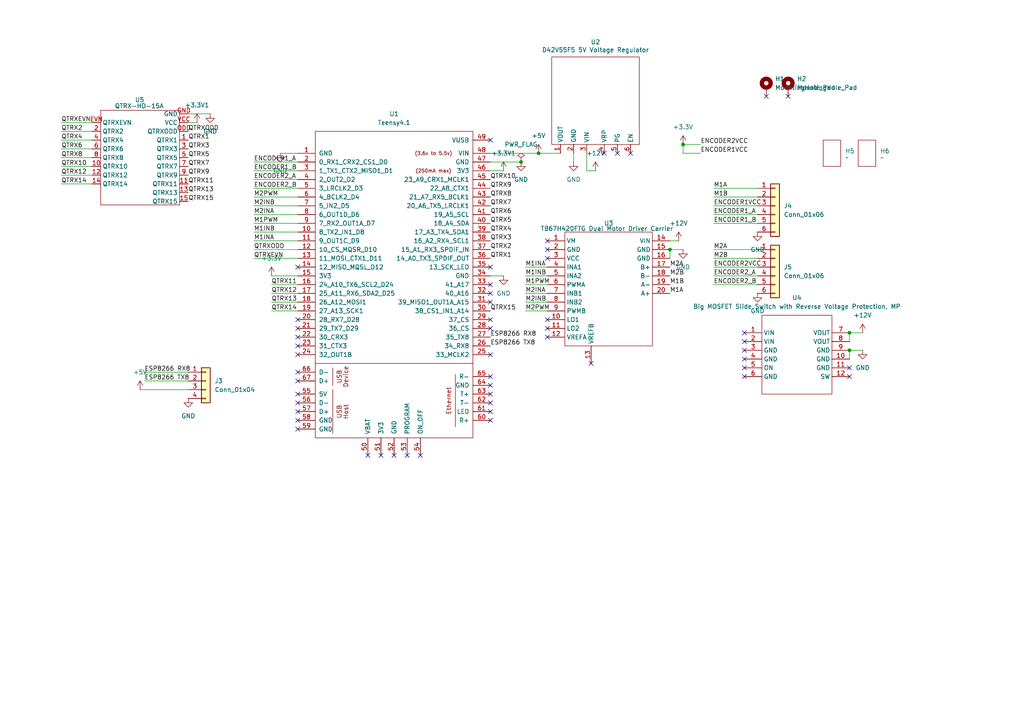
<source format=kicad_sch>
(kicad_sch (version 20250114) (generator "eeschema") (generator_version "9.0")
  (paper "A4")
  (title_block (date "2025-07-29") (rev "1.1") (comment 1 "Teensy 4.1") (comment 2 "QTRX-HD15A") (comment 3 "TB67H420FTG") (comment 4 "D42V55F5"))
  (lib_symbols
    (symbol "Connector_Generic:Conn_01x04" (pin_names (offset 1.016) (hide yes))
      (property "Reference" "J" (at 0 5.08 0))
      (property "Value" "Conn_01x04" (at 0 -7.62 0))
      (symbol "Conn_01x04_1_1"
        (rectangle (start -1.27 3.81) (end 1.27 -6.35) (stroke (width 0.254)) (fill (type background)))
        (rectangle (start -1.27 2.667) (end 0 2.413) (stroke (width 0.1524)))
        (rectangle (start -1.27 0.127) (end 0 -0.127) (stroke (width 0.1524)))
        (rectangle (start -1.27 -2.413) (end 0 -2.667) (stroke (width 0.1524)))
        (rectangle (start -1.27 -4.953) (end 0 -5.207) (stroke (width 0.1524)))
        (pin passive line (at -5.08 2.54 0) (length 3.81) (name "Pin_1") (number "1"))
        (pin passive line (at -5.08 0 0) (length 3.81) (name "Pin_2") (number "2"))
        (pin passive line (at -5.08 -2.54 0) (length 3.81) (name "Pin_3") (number "3"))
        (pin passive line (at -5.08 -5.08 0) (length 3.81) (name "Pin_4") (number "4"))
      )
    )
    (symbol "Connector_Generic:Conn_01x06" (pin_names (offset 1.016) (hide yes))
      (property "Reference" "J" (at 0 7.62 0))
      (property "Value" "Conn_01x06" (at 0 -10.16 0))
      (symbol "Conn_01x06_1_1"
        (rectangle (start -1.27 6.35) (end 1.27 -8.89) (stroke (width 0.254)) (fill (type background)))
        (rectangle (start -1.27 5.207) (end 0 4.953) (stroke (width 0.1524)))
        (rectangle (start -1.27 2.667) (end 0 2.413) (stroke (width 0.1524)))
        (rectangle (start -1.27 0.127) (end 0 -0.127) (stroke (width 0.1524)))
        (rectangle (start -1.27 -2.413) (end 0 -2.667) (stroke (width 0.1524)))
        (rectangle (start -1.27 -4.953) (end 0 -5.207) (stroke (width 0.1524)))
        (rectangle (start -1.27 -7.493) (end 0 -7.747) (stroke (width 0.1524)))
        (pin passive line (at -5.08 5.08 0) (length 3.81) (name "Pin_1") (number "1"))
        (pin passive line (at -5.08 2.54 0) (length 3.81) (name "Pin_2") (number "2"))
        (pin passive line (at -5.08 0 0) (length 3.81) (name "Pin_3") (number "3"))
        (pin passive line (at -5.08 -2.54 0) (length 3.81) (name "Pin_4") (number "4"))
        (pin passive line (at -5.08 -5.08 0) (length 3.81) (name "Pin_5") (number "5"))
        (pin passive line (at -5.08 -7.62 0) (length 3.81) (name "Pin_6") (number "6"))
      )
    )
    (symbol "Mechanical:MountingHole_Pad" (pin_numbers (hide yes)) (pin_names (offset 1.016) (hide yes)) (in_bom no)
      (property "Reference" "H" (at 0 6.35 0))
      (property "Value" "MountingHole_Pad" (at 0 4.445 0))
      (symbol "MountingHole_Pad_0_1"
        (circle (center 0 1.27) (radius 1.27) (stroke (width 1.27)))
      )
      (symbol "MountingHole_Pad_1_1"
        (pin input line (at 0 -2.54 90) (length 2.54) (name "1") (number "1"))
      )
    )
    (symbol "N20_Extended_Motor_Bracket_1"
      (property "Reference" "H" (at 0 2.286 0))
      (property "Value" "N20_Extended_Motor_Bracket" (at 0 6.35 0))
      (symbol "N20_Extended_Motor_Bracket_1_0_1"
        (rectangle (start -2.54 5.08) (end 2.54 -2.54))
      )
    )
    (symbol "Pololu:Big_MOSFET_Slide_Switch_with_Reverse_Voltage_Protection,_MP"
      (property "Reference" "U" (at 0 0 0))
      (property "Value" "Big MOSFET Slide Switch with Reverse Voltage Protection, MP" (at 0 -1.778 0))
      (symbol "Big_MOSFET_Slide_Switch_with_Reverse_Voltage_Protection,_MP_0_1"
        (rectangle (start 0 22.86) (end 20.32 0))
      )
      (symbol "Big_MOSFET_Slide_Switch_with_Reverse_Voltage_Protection,_MP_1_1"
        (pin power_in line (at -5.08 17.78 0) (length 5.08) (name "VIN") (number "1"))
        (pin power_in line (at -5.08 15.24 0) (length 5.08) (name "VIN") (number "2"))
        (pin power_in line (at -5.08 12.7 0) (length 5.08) (name "GND") (number "3"))
        (pin power_in line (at -5.08 10.16 0) (length 5.08) (name "GND") (number "4"))
        (pin input line (at -5.08 7.62 0) (length 5.08) (name "ON") (number "5"))
        (pin power_out line (at -5.08 5.08 0) (length 5.08) (name "GND") (number "6"))
        (pin power_out line (at 25.4 17.78 180) (length 5.08) (name "VOUT") (number "7"))
        (pin power_out line (at 25.4 15.24 180) (length 5.08) (name "VOUT") (number "8"))
        (pin power_in line (at 25.4 12.7 180) (length 5.08) (name "GND") (number "9"))
        (pin power_in line (at 25.4 10.16 180) (length 5.08) (name "GND") (number "10"))
        (pin passive line (at 25.4 7.62 180) (length 5.08) (name "GND") (number "11"))
        (pin passive line (at 25.4 5.08 180) (length 5.08) (name "SW") (number "12"))
      )
    )
    (symbol "Pololu:D42V55F5"
      (property "Reference" "U" (at 0 17.018 0))
      (property "Value" "D42V55F5 5V Voltage Regulator" (at 0 14.732 0))
      (symbol "D42V55F5_0_1"
        (rectangle (start -12.7 12.7) (end 12.7 -12.7))
      )
      (symbol "D42V55F5_1_1"
        (pin power_out line (at -10.16 -15.24 90) (length 2.54) (name "VOUT") (number "1"))
        (pin power_in line (at -6.35 -15.24 90) (length 2.54) (name "GND") (number "2"))
        (pin power_in line (at -2.54 -15.24 90) (length 2.54) (name "VIN") (number "3"))
        (pin bidirectional line (at 2.54 -15.24 90) (length 2.54) (name "VRP") (number "4"))
        (pin open_collector line (at 6.35 -15.24 90) (length 2.54) (name "PG") (number "5"))
        (pin input line (at 10.16 -15.24 90) (length 2.54) (name "EN") (number "6"))
      )
    )
    (symbol "Pololu:N20_Extended_Motor_Bracket"
      (property "Reference" "H" (at 0 2.286 0))
      (property "Value" "N20_Extended_Motor_Bracket" (at 0 6.35 0))
      (symbol "N20_Extended_Motor_Bracket_0_1"
        (rectangle (start -2.54 5.08) (end 2.54 -2.54))
      )
    )
    (symbol "Pololu:QTRX-HD-15A"
      (property "Reference" "U" (at 0 0 0))
      (property "Value" "QTRX-HD-15A" (at -0.254 4.572 0))
      (symbol "QTRX-HD-15A_0_1"
        (rectangle (start -11.43 3.556) (end 11.43 -23.876))
      )
      (symbol "QTRX-HD-15A_1_1"
        (pin input line (at -13.97 0 0) (length 2.54) (name "QTRXEVN") (number "EVN"))
        (pin output line (at -13.97 -2.54 0) (length 2.54) (name "QTRX2") (number "2"))
        (pin output line (at -13.97 -5.08 0) (length 2.54) (name "QTRX4") (number "4"))
        (pin output line (at -13.97 -7.62 0) (length 2.54) (name "QTRX6") (number "6"))
        (pin output line (at -13.97 -10.16 0) (length 2.54) (name "QTRX8") (number "8"))
        (pin output line (at -13.97 -12.7 0) (length 2.54) (name "QTRX10") (number "10"))
        (pin output line (at -13.97 -15.24 0) (length 2.54) (name "QTRX12") (number "12"))
        (pin output line (at -13.97 -17.78 0) (length 2.54) (name "QTRX14") (number "14"))
        (pin power_in line (at 13.97 2.54 180) (length 2.54) (name "GND") (number "GND"))
        (pin power_in line (at 13.97 0 180) (length 2.54) (name "VCC") (number "VCC"))
        (pin input line (at 13.97 -2.54 180) (length 2.54) (name "QTRXODD") (number "ODD"))
        (pin output line (at 13.97 -5.08 180) (length 2.54) (name "QTRX1") (number "1"))
        (pin output line (at 13.97 -7.62 180) (length 2.54) (name "QTRX3") (number "3"))
        (pin output line (at 13.97 -10.16 180) (length 2.54) (name "QTRX5") (number "5"))
        (pin output line (at 13.97 -12.7 180) (length 2.54) (name "QTRX7") (number "7"))
        (pin output line (at 13.97 -15.24 180) (length 2.54) (name "QTRX9") (number "9"))
        (pin output line (at 13.97 -17.78 180) (length 2.54) (name "QTRX11") (number "11"))
        (pin output line (at 13.97 -20.32 180) (length 2.54) (name "QTRX13") (number "13"))
        (pin output line (at 13.97 -22.86 180) (length 2.54) (name "QTRX15") (number "15"))
      )
    )
    (symbol "Pololu:TB67H420FTG_Dual_Motor_Driver_Carrier"
      (property "Reference" "U" (at 0 19.05 0))
      (property "Value" "TB67H420FTG Dual Motor Driver Carrier" (at -0.508 17.526 0))
      (symbol "TB67H420FTG_Dual_Motor_Driver_Carrier_0_1"
        (rectangle (start -12.7 16.51) (end 12.7 -16.51))
      )
      (symbol "TB67H420FTG_Dual_Motor_Driver_Carrier_1_1"
        (pin power_out line (at -17.78 13.97 0) (length 5.08) (name "VM") (number "1"))
        (pin power_in line (at -17.78 11.43 0) (length 5.08) (name "GND") (number "2"))
        (pin power_out line (at -17.78 8.89 0) (length 5.08) (name "VCC") (number "3"))
        (pin input line (at -17.78 6.35 0) (length 5.08) (name "INA1") (number "4"))
        (pin input line (at -17.78 3.81 0) (length 5.08) (name "INA2") (number "5"))
        (pin input line (at -17.78 1.27 0) (length 5.08) (name "PWMA") (number "6"))
        (pin input line (at -17.78 -1.27 0) (length 5.08) (name "INB1") (number "7"))
        (pin input line (at -17.78 -3.81 0) (length 5.08) (name "INB2") (number "8"))
        (pin input line (at -17.78 -6.35 0) (length 5.08) (name "PWMB") (number "9"))
        (pin output line (at -17.78 -8.89 0) (length 5.08) (name "LO1") (number "10"))
        (pin output line (at -17.78 -11.43 0) (length 5.08) (name "LO2") (number "11"))
        (pin input line (at -17.78 -13.97 0) (length 5.08) (name "VREFA") (number "12"))
        (pin input line (at -5.08 -21.59 90) (length 5.08) (name "VREFB") (number "13"))
        (pin power_in line (at 17.78 13.97 180) (length 5.08) (name "VIN") (number "14"))
        (pin power_in line (at 17.78 11.43 180) (length 5.08) (name "GND") (number "15"))
        (pin power_in line (at 17.78 8.89 180) (length 5.08) (name "GND") (number "16"))
        (pin output line (at 17.78 6.35 180) (length 5.08) (name "B+") (number "17"))
        (pin output line (at 17.78 3.81 180) (length 5.08) (name "B-") (number "18"))
        (pin output line (at 17.78 1.27 180) (length 5.08) (name "A-") (number "19"))
        (pin output line (at 17.78 -1.27 180) (length 5.08) (name "A+") (number "20"))
      )
    )
    (symbol "power:+12V" (power) (pin_numbers (hide yes)) (pin_names (offset 0) (hide yes))
      (property "Value" "+12V" (at 0 3.556 0))
      (symbol "+12V_0_1"
        (polyline (pts (xy -0.762 1.27) (xy 0 2.54)))
        (polyline (pts (xy 0 2.54) (xy 0.762 1.27)))
        (polyline (pts (xy 0 0) (xy 0 2.54)))
      )
      (symbol "+12V_1_1"
        (pin power_in line (at 0 0 90) (length 0) (name "~") (number "1"))
      )
    )
    (symbol "power:+3.3V" (power) (pin_numbers (hide yes)) (pin_names (offset 0) (hide yes))
      (property "Value" "+3.3V" (at 0 3.556 0))
      (symbol "+3.3V_0_1"
        (polyline (pts (xy -0.762 1.27) (xy 0 2.54)))
        (polyline (pts (xy 0 2.54) (xy 0.762 1.27)))
        (polyline (pts (xy 0 0) (xy 0 2.54)))
      )
      (symbol "+3.3V_1_1"
        (pin power_in line (at 0 0 90) (length 0) (name "~") (number "1"))
      )
    )
    (symbol "power:+5V" (power) (pin_numbers (hide yes)) (pin_names (offset 0) (hide yes))
      (property "Value" "+5V" (at 0 3.556 0))
      (symbol "+5V_0_1"
        (polyline (pts (xy -0.762 1.27) (xy 0 2.54)))
        (polyline (pts (xy 0 2.54) (xy 0.762 1.27)))
        (polyline (pts (xy 0 0) (xy 0 2.54)))
      )
      (symbol "+5V_1_1"
        (pin power_in line (at 0 0 90) (length 0) (name "~") (number "1"))
      )
    )
    (symbol "power:GND" (power) (pin_numbers (hide yes)) (pin_names (offset 0) (hide yes))
      (property "Value" "GND" (at 0 -3.81 0))
      (symbol "GND_0_1"
        (polyline (pts (xy 0 0) (xy 0 -1.27) (xy 1.27 -1.27) (xy 0 -2.54) (xy -1.27 -1.27) (xy 0 -1.27)))
      )
      (symbol "GND_1_1"
        (pin power_in line (at 0 0 270) (length 0) (name "~") (number "1"))
      )
    )
    (symbol "power:PWR_FLAG" (power) (pin_numbers (hide yes)) (pin_names (offset 0) (hide yes))
      (property "Value" "PWR_FLAG" (at 0 3.81 0))
      (symbol "PWR_FLAG_0_0"
        (pin power_out line (at 0 0 90) (length 0) (name "~") (number "1"))
      )
      (symbol "PWR_FLAG_0_1"
        (polyline (pts (xy 0 0) (xy 0 1.27) (xy -1.016 1.905) (xy 0 2.54) (xy 1.016 1.905) (xy 0 1.27)))
      )
    )
    (symbol "teensy:Teensy4.1" (pin_names (offset 1.016))
      (property "Reference" "U" (at 0 64.77 0))
      (property "Value" "Teensy4.1" (at 0 62.23 0))
      (symbol "Teensy4.1_0_0"
        (polyline (pts (xy -22.86 -6.35) (xy 22.86 -6.35)))
        (polyline (pts (xy -17.78 -7.62) (xy -17.78 -12.7)))
        (polyline (pts (xy -17.78 -26.67) (xy -17.78 -13.97)))
        (polyline (pts (xy 17.78 -9.525) (xy 17.78 -24.765)))
        (text "USB" (at -15.875 -10.16 900) (effects (font (size 1.27 1.27))))
        (text "USB" (at -15.875 -20.32 900) (effects (font (size 1.27 1.27))))
        (text "Device" (at -13.97 -10.16 900) (effects (font (size 1.27 1.27))))
        (text "Host" (at -13.97 -20.32 900) (effects (font (size 1.27 1.27))))
        (text "(3.6v to 5.5v)" (at 11.43 54.61 0) (effects (font (size 1.016 1.016))))
        (text "(250mA max)" (at 11.43 49.53 0) (effects (font (size 1.016 1.016))))
        (text "Ethernet" (at 15.875 -17.145 900) (effects (font (size 1.27 1.27))))
        (pin bidirectional line (at -27.94 11.43 0) (length 5.08) (name "26_A12_MOSI1") (number "18"))
        (pin bidirectional line (at -27.94 8.89 0) (length 5.08) (name "27_A13_SCK1") (number "19"))
        (pin bidirectional line (at -27.94 1.27 0) (length 5.08) (name "30_CRX3") (number "22"))
        (pin bidirectional line (at -27.94 -1.27 0) (length 5.08) (name "31_CTX3") (number "23"))
        (pin bidirectional line (at -27.94 -3.81 0) (length 5.08) (name "32_OUT1B") (number "24"))
        (pin bidirectional line (at -27.94 -8.89 0) (length 5.08) (name "D-") (number "66"))
        (pin bidirectional line (at -27.94 -11.43 0) (length 5.08) (name "D+") (number "67"))
        (pin power_out line (at -27.94 -15.24 0) (length 5.08) (name "5V") (number "55"))
        (pin bidirectional line (at -27.94 -17.78 0) (length 5.08) (name "D-") (number "56"))
        (pin bidirectional line (at -27.94 -20.32 0) (length 5.08) (name "D+") (number "57"))
        (pin power_in line (at -27.94 -22.86 0) (length 5.08) (name "GND") (number "58"))
        (pin power_in line (at -27.94 -25.4 0) (length 5.08) (name "GND") (number "59"))
        (pin power_in line (at -7.62 -33.02 90) (length 5.08) (name "VBAT") (number "50"))
        (pin power_in line (at -3.81 -33.02 90) (length 5.08) (name "3V3") (number "51"))
        (pin input line (at 0 -33.02 90) (length 5.08) (name "GND") (number "52"))
        (pin input line (at 3.81 -33.02 90) (length 5.08) (name "PROGRAM") (number "53"))
        (pin input line (at 7.62 -33.02 90) (length 5.08) (name "ON_OFF") (number "54"))
        (pin power_out line (at 27.94 58.42 180) (length 5.08) (name "VUSB") (number "49"))
        (pin power_in line (at 27.94 54.61 180) (length 5.08) (name "VIN") (number "48"))
        (pin bidirectional line (at 27.94 46.99 180) (length 5.08) (name "23_A9_CRX1_MCLK1") (number "45"))
        (pin bidirectional line (at 27.94 44.45 180) (length 5.08) (name "22_A8_CTX1") (number "44"))
        (pin bidirectional line (at 27.94 41.91 180) (length 5.08) (name "21_A7_RX5_BCLK1") (number "43"))
        (pin bidirectional line (at 27.94 39.37 180) (length 5.08) (name "20_A6_TX5_LRCLK1") (number "42"))
        (pin bidirectional line (at 27.94 36.83 180) (length 5.08) (name "19_A5_SCL") (number "41"))
        (pin bidirectional line (at 27.94 34.29 180) (length 5.08) (name "18_A4_SDA") (number "40"))
        (pin bidirectional line (at 27.94 31.75 180) (length 5.08) (name "17_A3_TX4_SDA1") (number "39"))
        (pin bidirectional line (at 27.94 29.21 180) (length 5.08) (name "16_A2_RX4_SCL1") (number "38"))
        (pin bidirectional line (at 27.94 26.67 180) (length 5.08) (name "15_A1_RX3_SPDIF_IN") (number "37"))
        (pin bidirectional line (at 27.94 24.13 180) (length 5.08) (name "14_A0_TX3_SPDIF_OUT") (number "36"))
        (pin bidirectional line (at 27.94 21.59 180) (length 5.08) (name "13_SCK_LED") (number "35"))
        (pin bidirectional line (at 27.94 16.51 180) (length 5.08) (name "41_A17") (number "33"))
        (pin bidirectional line (at 27.94 13.97 180) (length 5.08) (name "40_A16") (number "32"))
        (pin bidirectional line (at 27.94 11.43 180) (length 5.08) (name "39_MISO1_OUT1A_A15") (number "31"))
        (pin bidirectional line (at 27.94 6.35 180) (length 5.08) (name "37_CS") (number "29"))
        (pin bidirectional line (at 27.94 3.81 180) (length 5.08) (name "36_CS") (number "28"))
        (pin bidirectional line (at 27.94 1.27 180) (length 5.08) (name "35_TX8") (number "27"))
        (pin bidirectional line (at 27.94 -1.27 180) (length 5.08) (name "34_RX8") (number "26"))
        (pin bidirectional line (at 27.94 -3.81 180) (length 5.08) (name "33_MCLK2") (number "25"))
        (pin bidirectional line (at 27.94 -10.16 180) (length 5.08) (name "R-") (number "65"))
        (pin power_in line (at 27.94 -12.7 180) (length 5.08) (name "GND") (number "64"))
        (pin bidirectional line (at 27.94 -15.24 180) (length 5.08) (name "T+") (number "63"))
        (pin bidirectional line (at 27.94 -17.78 180) (length 5.08) (name "T-") (number "62"))
        (pin bidirectional line (at 27.94 -20.32 180) (length 5.08) (name "LED") (number "61"))
        (pin bidirectional line (at 27.94 -22.86 180) (length 5.08) (name "R+") (number "60"))
      )
      (symbol "Teensy4.1_0_1"
        (rectangle (start -22.86 60.96) (end 22.86 -27.94))
        (rectangle (start -20.32 -1.27) (end -20.32 -1.27))
      )
      (symbol "Teensy4.1_1_0"
        (pin bidirectional line (at -27.94 44.45 0) (length 5.08) (name "3_LRCLK2_D3") (number "5"))
        (pin bidirectional line (at -27.94 41.91 0) (length 5.08) (name "4_BCLK2_D4") (number "6"))
        (pin bidirectional line (at -27.94 39.37 0) (length 5.08) (name "5_IN2_D5") (number "7"))
        (pin bidirectional line (at -27.94 36.83 0) (length 5.08) (name "6_OUT1D_D6") (number "8"))
        (pin bidirectional line (at -27.94 34.29 0) (length 5.08) (name "7_RX2_OUT1A_D7") (number "9"))
        (pin bidirectional line (at -27.94 31.75 0) (length 5.08) (name "8_TX2_IN1_D8") (number "10"))
        (pin bidirectional line (at -27.94 29.21 0) (length 5.08) (name "9_OUT1C_D9") (number "11"))
        (pin bidirectional line (at -27.94 26.67 0) (length 5.08) (name "10_CS_MQSR_D10") (number "12"))
        (pin bidirectional line (at -27.94 24.13 0) (length 5.08) (name "11_MOSI_CTX1_D11") (number "13"))
        (pin bidirectional line (at -27.94 21.59 0) (length 5.08) (name "12_MISO_MQSL_D12") (number "14"))
        (pin power_out line (at -27.94 19.05 0) (length 5.08) (name "3V3") (number "15"))
        (pin bidirectional line (at -27.94 16.51 0) (length 5.08) (name "24_A10_TX6_SCL2_D24") (number "16"))
        (pin bidirectional line (at -27.94 13.97 0) (length 5.08) (name "25_A11_RX6_SDA2_D25") (number "17"))
        (pin bidirectional line (at -27.94 6.35 0) (length 5.08) (name "28_RX7_D28") (number "20"))
        (pin bidirectional line (at -27.94 3.81 0) (length 5.08) (name "29_TX7_D29") (number "21"))
        (pin power_in line (at 27.94 52.07 180) (length 5.08) (name "GND") (number "47"))
        (pin power_out line (at 27.94 49.53 180) (length 5.08) (name "3V3") (number "46"))
        (pin bidirectional line (at 27.94 8.89 180) (length 5.08) (name "38_CS1_IN1_A14") (number "30"))
      )
      (symbol "Teensy4.1_1_1"
        (pin power_in line (at -27.94 54.61 0) (length 5.08) (name "GND") (number "1"))
        (pin bidirectional line (at -27.94 52.07 0) (length 5.08) (name "0_RX1_CRX2_CS1_D0") (number "2"))
        (pin bidirectional line (at -27.94 49.53 0) (length 5.08) (name "1_TX1_CTX2_MISO1_D1") (number "3"))
        (pin bidirectional line (at -27.94 46.99 0) (length 5.08) (name "2_OUT2_D2") (number "4"))
        (pin power_in line (at 27.94 19.05 180) (length 5.08) (name "GND") (number "34"))
      )
    )
  )
  (junction (at 246.38 101.6))
  (junction (at 246.38 96.52))
  (junction (at 194.31 72.39))
  (junction (at 151.13 46.99))
  (junction (at 156.21 44.45))
  (junction (at 198.12 41.91))
  (no_connect (at 142.24 92.71))
  (no_connect (at 142.24 95.25))
  (no_connect (at 158.75 95.25))
  (no_connect (at 142.24 121.92))
  (no_connect (at 158.75 92.71))
  (no_connect (at 246.38 109.22))
  (no_connect (at 142.24 77.47))
  (no_connect (at 142.24 119.38))
  (no_connect (at 171.45 105.41))
  (no_connect (at 158.75 72.39))
  (no_connect (at 142.24 40.64))
  (no_connect (at 215.9 109.22))
  (no_connect (at 86.36 77.47))
  (no_connect (at 215.9 104.14))
  (no_connect (at 86.36 110.49))
  (no_connect (at 86.36 114.3))
  (no_connect (at 142.24 109.22))
  (no_connect (at 175.26 44.45))
  (no_connect (at 114.3 132.08))
  (no_connect (at 158.75 74.93))
  (no_connect (at 86.36 95.25))
  (no_connect (at 158.75 69.85))
  (no_connect (at 86.36 92.71))
  (no_connect (at 110.49 132.08))
  (no_connect (at 106.68 132.08))
  (no_connect (at 86.36 97.79))
  (no_connect (at 142.24 114.3))
  (no_connect (at 86.36 121.92))
  (no_connect (at 215.9 101.6))
  (no_connect (at 215.9 96.52))
  (no_connect (at 86.36 102.87))
  (no_connect (at 86.36 119.38))
  (no_connect (at 86.36 124.46))
  (no_connect (at 182.88 44.45))
  (no_connect (at 246.38 106.68))
  (no_connect (at 142.24 87.63))
  (no_connect (at 215.9 99.06))
  (no_connect (at 228.6 27.94))
  (no_connect (at 215.9 106.68))
  (no_connect (at 118.11 132.08))
  (no_connect (at 121.92 132.08))
  (no_connect (at 179.07 44.45))
  (no_connect (at 86.36 107.95))
  (no_connect (at 86.36 116.84))
  (no_connect (at 142.24 116.84))
  (no_connect (at 142.24 82.55))
  (no_connect (at 142.24 111.76))
  (no_connect (at 158.75 97.79))
  (no_connect (at 222.25 27.94))
  (no_connect (at 86.36 100.33))
  (no_connect (at 142.24 85.09))
  (no_connect (at 142.24 102.87))
  (wire (pts (xy 41.91 107.95) (xy 54.61 107.95)))
  (wire (pts (xy 73.66 69.85) (xy 86.36 69.85)))
  (wire (pts (xy 207.01 80.01) (xy 219.71 80.01)))
  (wire (pts (xy 207.01 64.77) (xy 219.71 64.77)))
  (wire (pts (xy 78.74 80.01) (xy 86.36 80.01)))
  (wire (pts (xy 246.38 101.6) (xy 246.38 104.14)))
  (wire (pts (xy 207.01 77.47) (xy 219.71 77.47)))
  (wire (pts (xy 156.21 44.45) (xy 162.56 44.45)))
  (wire (pts (xy 152.4 87.63) (xy 158.75 87.63)))
  (wire (pts (xy 73.66 52.07) (xy 86.36 52.07)))
  (wire (pts (xy 246.38 96.52) (xy 246.38 99.06)))
  (wire (pts (xy 166.37 44.45) (xy 166.37 46.99)))
  (wire (pts (xy 17.78 43.18) (xy 26.67 43.18)))
  (wire (pts (xy 78.74 90.17) (xy 86.36 90.17)))
  (wire (pts (xy 78.74 87.63) (xy 86.36 87.63)))
  (wire (pts (xy 207.01 59.69) (xy 219.71 59.69)))
  (wire (pts (xy 207.01 72.39) (xy 219.71 72.39)))
  (wire (pts (xy 78.74 82.55) (xy 86.36 82.55)))
  (wire (pts (xy 207.01 82.55) (xy 219.71 82.55)))
  (wire (pts (xy 73.66 49.53) (xy 86.36 49.53)))
  (wire (pts (xy 54.61 33.02) (xy 60.96 33.02)))
  (wire (pts (xy 73.66 46.99) (xy 86.36 46.99)))
  (wire (pts (xy 203.2 44.45) (xy 198.12 44.45)))
  (wire (pts (xy 17.78 50.8) (xy 26.67 50.8)))
  (wire (pts (xy 142.24 49.53) (xy 146.05 49.53)))
  (wire (pts (xy 81.28 44.45) (xy 86.36 44.45)))
  (wire (pts (xy 152.4 80.01) (xy 158.75 80.01)))
  (wire (pts (xy 73.66 74.93) (xy 86.36 74.93)))
  (wire (pts (xy 194.31 72.39) (xy 194.31 74.93)))
  (wire (pts (xy 194.31 72.39) (xy 198.12 72.39)))
  (wire (pts (xy 152.4 85.09) (xy 158.75 85.09)))
  (wire (pts (xy 17.78 45.72) (xy 26.67 45.72)))
  (wire (pts (xy 198.12 44.45) (xy 198.12 41.91)))
  (wire (pts (xy 17.78 48.26) (xy 26.67 48.26)))
  (wire (pts (xy 73.66 62.23) (xy 86.36 62.23)))
  (wire (pts (xy 207.01 62.23) (xy 219.71 62.23)))
  (wire (pts (xy 194.31 69.85) (xy 196.85 69.85)))
  (wire (pts (xy 170.18 49.53) (xy 172.72 49.53)))
  (wire (pts (xy 207.01 54.61) (xy 219.71 54.61)))
  (wire (pts (xy 152.4 90.17) (xy 158.75 90.17)))
  (wire (pts (xy 41.91 110.49) (xy 54.61 110.49)))
  (wire (pts (xy 54.61 35.56) (xy 57.15 35.56)))
  (wire (pts (xy 73.66 57.15) (xy 86.36 57.15)))
  (wire (pts (xy 207.01 57.15) (xy 219.71 57.15)))
  (wire (pts (xy 142.24 46.99) (xy 151.13 46.99)))
  (wire (pts (xy 73.66 64.77) (xy 86.36 64.77)))
  (wire (pts (xy 207.01 74.93) (xy 219.71 74.93)))
  (wire (pts (xy 170.18 44.45) (xy 170.18 49.53)))
  (wire (pts (xy 152.4 77.47) (xy 158.75 77.47)))
  (wire (pts (xy 40.64 113.03) (xy 54.61 113.03)))
  (wire (pts (xy 17.78 38.1) (xy 26.67 38.1)))
  (wire (pts (xy 78.74 85.09) (xy 86.36 85.09)))
  (wire (pts (xy 246.38 96.52) (xy 250.19 96.52)))
  (wire (pts (xy 142.24 80.01) (xy 146.05 80.01)))
  (wire (pts (xy 73.66 67.31) (xy 86.36 67.31)))
  (wire (pts (xy 142.24 44.45) (xy 156.21 44.45)))
  (wire (pts (xy 152.4 82.55) (xy 158.75 82.55)))
  (wire (pts (xy 17.78 35.56) (xy 26.67 35.56)))
  (wire (pts (xy 73.66 72.39) (xy 86.36 72.39)))
  (wire (pts (xy 17.78 53.34) (xy 26.67 53.34)))
  (wire (pts (xy 198.12 41.91) (xy 203.2 41.91)))
  (wire (pts (xy 73.66 54.61) (xy 86.36 54.61)))
  (wire (pts (xy 17.78 40.64) (xy 26.67 40.64)))
  (wire (pts (xy 246.38 101.6) (xy 250.19 101.6)))
  (wire (pts (xy 73.66 59.69) (xy 86.36 59.69)))
  (label "QTRX3" (at 54.61 43.18 0))
  (label "ESP8266 RX8" (at 142.24 97.79 0))
  (label "QTRX14" (at 17.78 53.34 0))
  (label "QTRX6" (at 17.78 43.18 0))
  (label "ENCODER1_B" (at 207.01 64.77 0))
  (label "ESP8266 TX8" (at 142.24 100.33 0))
  (label "QTRX4" (at 142.24 67.31 0))
  (label "QTRX1" (at 142.24 74.93 0))
  (label "ENCODER2_A" (at 73.66 52.07 0))
  (label "QTRX3" (at 142.24 69.85 0))
  (label "QTRX1" (at 54.61 40.64 0))
  (label "M2A" (at 207.01 72.39 0))
  (label "QTRX12" (at 17.78 50.8 0))
  (label "QTRX4" (at 17.78 40.64 0))
  (label "QTRX2" (at 142.24 72.39 0))
  (label "M1PWM" (at 152.4 82.55 0))
  (label "ENCODER1VCC" (at 207.01 59.69 0))
  (label "QTRX6" (at 142.24 62.23 0))
  (label "M1B" (at 194.31 82.55 0))
  (label "QTRX9" (at 54.61 50.8 0))
  (label "M2PWM" (at 152.4 90.17 0))
  (label "QTRX15" (at 54.61 58.42 0))
  (label "QTRX15" (at 142.24 90.17 0))
  (label "QTRXEVN" (at 17.78 35.56 0))
  (label "M1A" (at 207.01 54.61 0))
  (label "M2INB" (at 152.4 87.63 0))
  (label "M1A" (at 194.31 85.09 0))
  (label "QTRX7" (at 142.24 59.69 0))
  (label "QTRXODD" (at 73.66 72.39 0))
  (label "ENCODER1VCC" (at 203.2 44.45 0))
  (label "M2B" (at 207.01 74.93 0))
  (label "M2INA" (at 152.4 85.09 0))
  (label "QTRX7" (at 54.61 48.26 0))
  (label "M2INA" (at 73.66 62.23 0))
  (label "ENCODER1_B" (at 73.66 49.53 0))
  (label "QTRX10" (at 17.78 48.26 0))
  (label "M2PWM" (at 73.66 57.15 0))
  (label "QTRX11" (at 54.61 53.34 0))
  (label "QTRX8" (at 17.78 45.72 0))
  (label "ENCODER2VCC" (at 207.01 77.47 0))
  (label "ENCODER1_A" (at 207.01 62.23 0))
  (label "ENCODER2_A" (at 207.01 80.01 0))
  (label "QTRX5" (at 142.24 64.77 0))
  (label "QTRX9" (at 142.24 54.61 0))
  (label "M2INB" (at 73.66 59.69 0))
  (label "ENCODER2VCC" (at 203.2 41.91 0))
  (label "QTRX14" (at 78.74 90.17 0))
  (label "QTRX8" (at 142.24 57.15 0))
  (label "M1INA" (at 73.66 69.85 0))
  (label "M1INA" (at 152.4 77.47 0))
  (label "ENCODER2_B" (at 73.66 54.61 0))
  (label "QTRX12" (at 78.74 85.09 0))
  (label "QTRXODD" (at 54.61 38.1 0))
  (label "QTRXEVN" (at 73.66 74.93 0))
  (label "M1INB" (at 152.4 80.01 0))
  (label "M1INB" (at 73.66 67.31 0))
  (label "QTRX13" (at 54.61 55.88 0))
  (label "M2B" (at 194.31 80.01 0))
  (label "ENCODER2_B" (at 207.01 82.55 0))
  (label "QTRX10" (at 142.24 52.07 0))
  (label "M1B" (at 207.01 57.15 0))
  (label "M1PWM" (at 73.66 64.77 0))
  (label "QTRX13" (at 78.74 87.63 0))
  (label "ESP8266 RX8" (at 41.91 107.95 0))
  (label "M2A" (at 194.31 77.47 0))
  (label "ESP8266 TX8" (at 41.91 110.49 0))
  (label "ENCODER1_A" (at 73.66 46.99 0))
  (label "QTRX11" (at 78.74 82.55 0))
  (label "QTRX5" (at 54.61 45.72 0))
  (label "QTRX2" (at 17.78 38.1 0))
  (symbol (lib_id "Connector_Generic:Conn_01x06") (at 224.79 77.47 0) (unit 1)
    (property "Reference" "J5" (at 227.33 77.4699 0) (effects (justify left)))
    (property "Value" "Conn_01x06" (at 227.33 80.0099 0) (effects (justify left)))
    (property "Footprint" "Connector_PinSocket_2.54mm:PinSocket_1x06_P2.54mm_Vertical" (effects (hide yes)))
    (property "Description" "Generic connector, single row, 01x06, script generated (kicad-library-utils/schlib/autogen/connector/)" (effects (hide yes)))
  )
  (symbol (lib_id "teensy:Teensy4.1") (at 114.3 99.06 0) (unit 1)
    (property "Reference" "U1" (at 114.3 33.02 0))
    (property "Value" "Teensy4.1" (at 114.3 35.56 0))
    (property "Footprint" "teensy:Teensy41" (effects (hide yes)))
  )
  (symbol (lib_id "power:+12V") (at 172.72 49.53 0) (unit 1)
    (property "Reference" "#PWR04" (effects (hide yes)))
    (property "Value" "+12V" (at 172.72 44.45 0))
    (property "Description" "Power symbol creates a global label with name \"+12V\"" (effects (hide yes)))
  )
  (symbol (lib_id "Mechanical:MountingHole_Pad") (at 222.25 25.4 0) (unit 1) (in_bom no)
    (property "Reference" "H1" (at 224.79 22.8599 0) (effects (justify left)))
    (property "Value" "MountingHole_Pad" (at 224.79 25.3999 0) (effects (justify left)))
    (property "Footprint" "MountingHole:MountingHole_2.2mm_M2_Pad_Via" (effects (hide yes)))
    (property "Description" "Mounting Hole with connection" (effects (hide yes)))
  )
  (symbol (lib_id "power:GND") (at 250.19 101.6 0) (unit 1)
    (property "Reference" "#PWR011" (effects (hide yes)))
    (property "Value" "GND" (at 250.19 106.68 0))
    (property "Description" "Power symbol creates a global label with name \"GND\" , ground" (effects (hide yes)))
  )
  (symbol (lib_id "Pololu:QTRX-HD-15A") (at 40.64 35.56 0) (unit 1)
    (property "Reference" "U5" (at 39.116 28.956 0) (effects (justify left)))
    (property "Value" "QTRX-HD-15A" (at 33.274 30.734 0) (effects (justify left)))
    (property "Footprint" "Pololu:QTRX-HD-15A" (effects (hide yes)))
  )
  (symbol (lib_id "power:GND") (at 198.12 72.39 0) (unit 1)
    (property "Reference" "#PWR013" (effects (hide yes)))
    (property "Value" "GND" (at 198.12 77.47 0))
    (property "Description" "Power symbol creates a global label with name \"GND\" , ground" (effects (hide yes)))
  )
  (symbol (lib_id "power:+12V") (at 250.19 96.52 0) (unit 1)
    (property "Reference" "#PWR010" (effects (hide yes)))
    (property "Value" "+12V" (at 250.19 91.44 0))
    (property "Description" "Power symbol creates a global label with name \"+12V\"" (effects (hide yes)))
  )
  (symbol (lib_id "power:+3.3V") (at 198.12 41.91 0) (unit 1)
    (property "Reference" "#PWR018" (effects (hide yes)))
    (property "Value" "+3.3V" (at 198.12 36.83 0))
    (property "Description" "Power symbol creates a global label with name \"+3.3V\"" (effects (hide yes)))
  )
  (symbol (lib_id "power:GND") (at 166.37 46.99 0) (unit 1)
    (property "Reference" "#PWR01" (effects (hide yes)))
    (property "Value" "GND" (at 166.37 52.07 0))
    (property "Description" "Power symbol creates a global label with name \"GND\" , ground" (effects (hide yes)))
  )
  (symbol (lib_id "Connector_Generic:Conn_01x06") (at 224.79 59.69 0) (unit 1)
    (property "Reference" "J4" (at 227.33 59.6899 0) (effects (justify left)))
    (property "Value" "Conn_01x06" (at 227.33 62.2299 0) (effects (justify left)))
    (property "Footprint" "Connector_PinSocket_2.54mm:PinSocket_1x06_P2.54mm_Vertical" (effects (hide yes)))
    (property "Description" "Generic connector, single row, 01x06, script generated (kicad-library-utils/schlib/autogen/connector/)" (effects (hide yes)))
  )
  (symbol (lib_id "power:+5V") (at 40.64 113.03 0) (unit 1)
    (property "Reference" "#PWR015" (effects (hide yes)))
    (property "Value" "+5V" (at 40.64 107.95 0))
    (property "Description" "Power symbol creates a global label with name \"+5V\"" (effects (hide yes)))
  )
  (symbol (lib_id "power:GND") (at 219.71 85.09 0) (unit 1)
    (property "Reference" "#PWR016" (effects (hide yes)))
    (property "Value" "GND" (at 219.71 90.17 0))
    (property "Description" "Power symbol creates a global label with name \"GND\" , ground" (effects (hide yes)))
  )
  (symbol (lib_id "Pololu:D42V55F5") (at 172.72 29.21 0) (unit 1)
    (property "Reference" "U2" (at 172.72 12.192 0))
    (property "Value" "D42V55F5 5V Voltage Regulator" (at 172.72 14.478 0))
    (property "Footprint" "Pololu:D42V55F5" (effects (hide yes)))
    (property "Description" "5V, 6A Step-Down Voltage Regulator D42V55F5" (effects (hide yes)))
  )
  (symbol (lib_name "N20_Extended_Motor_Bracket_1") (lib_id "Pololu:N20_Extended_Motor_Bracket") (at 241.3 45.72 0) (unit 1)
    (property "Reference" "H5" (at 245.11 43.8149 0) (effects (justify left)))
    (property "Value" "~" (at 245.11 45.72 0) (effects (justify left)))
    (property "Footprint" "Pololu:Pololu Extended Motor Bracket" (effects (hide yes)))
  )
  (symbol (lib_id "Pololu:N20_Extended_Motor_Bracket") (at 251.46 45.72 0) (unit 1)
    (property "Reference" "H6" (at 255.27 43.8149 0) (effects (justify left)))
    (property "Value" "~" (at 255.27 45.72 0) (effects (justify left)))
    (property "Footprint" "Pololu:Pololu Extended Motor Bracket" (effects (hide yes)))
  )
  (symbol (lib_id "power:+3.3V") (at 57.15 35.56 0) (unit 1)
    (property "Reference" "#PWR021" (effects (hide yes)))
    (property "Value" "+3.3V1" (at 57.15 30.48 0))
    (property "Description" "Power symbol creates a global label with name \"+3.3V\"" (effects (hide yes)))
  )
  (symbol (lib_id "power:+3.3V") (at 78.74 80.01 0) (unit 1)
    (property "Reference" "#PWR020" (effects (hide yes)))
    (property "Value" "+3.3V" (at 78.74 74.93 0))
    (property "Description" "Power symbol creates a global label with name \"+3.3V\"" (effects (hide yes)))
  )
  (symbol (lib_id "power:GND") (at 146.05 80.01 0) (unit 1)
    (property "Reference" "#PWR08" (effects (hide yes)))
    (property "Value" "GND" (at 146.05 85.09 0))
    (property "Description" "Power symbol creates a global label with name \"GND\" , ground" (effects (hide yes)))
  )
  (symbol (lib_id "Mechanical:MountingHole_Pad") (at 228.6 25.4 0) (unit 1) (in_bom no)
    (property "Reference" "H2" (at 231.14 22.8599 0) (effects (justify left)))
    (property "Value" "MountingHole_Pad" (at 231.14 25.3999 0) (effects (justify left)))
    (property "Footprint" "MountingHole:MountingHole_2.2mm_M2_Pad_Via" (effects (hide yes)))
    (property "Description" "Mounting Hole with connection" (effects (hide yes)))
  )
  (symbol (lib_id "Pololu:TB67H420FTG_Dual_Motor_Driver_Carrier") (at 176.53 83.82 0) (unit 1)
    (property "Reference" "U3" (at 176.53 64.77 0))
    (property "Value" "TB67H420FTG Dual Motor Driver Carrier" (at 176.022 66.294 0))
    (property "Footprint" "Pololu:TB67H420FTG Dual Motor Driver Carrier" (effects (hide yes)))
    (property "Description" "TB67H420FTG Dual Motor Driver Carrier" (effects (hide yes)))
  )
  (symbol (lib_id "Pololu:Big_MOSFET_Slide_Switch_with_Reverse_Voltage_Protection,_MP") (at 220.98 114.3 0) (unit 1)
    (property "Reference" "U4" (at 231.14 86.36 0))
    (property "Value" "Big MOSFET Slide Switch with Reverse Voltage Protection, MP" (at 231.14 88.9 0))
    (property "Footprint" "Pololu:Big MOSFET Slide Switch with Reverse Voltage Protection, MP" (effects (hide yes)))
    (property "Description" "Big MOSFET Slide Switch with Reverse Voltage Protection, MP" (effects (hide yes)))
  )
  (symbol (lib_id "power:+3.3V") (at 146.05 49.53 0) (unit 1)
    (property "Reference" "#PWR07" (effects (hide yes)))
    (property "Value" "+3.3V1" (at 146.05 44.45 0))
    (property "Description" "Power symbol creates a global label with name \"+3.3V\"" (effects (hide yes)))
  )
  (symbol (lib_id "power:GND") (at 60.96 33.02 0) (unit 1)
    (property "Reference" "#PWR09" (effects (hide yes)))
    (property "Value" "GND" (at 60.96 38.1 0))
    (property "Description" "Power symbol creates a global label with name \"GND\" , ground" (effects (hide yes)))
  )
  (symbol (lib_id "power:GND") (at 81.28 44.45 0) (unit 1)
    (property "Reference" "#PWR019" (effects (hide yes)))
    (property "Value" "GND" (at 81.28 49.53 0))
    (property "Description" "Power symbol creates a global label with name \"GND\" , ground" (effects (hide yes)))
  )
  (symbol (lib_id "power:GND") (at 54.61 115.57 0) (unit 1)
    (property "Reference" "#PWR014" (effects (hide yes)))
    (property "Value" "GND" (at 54.61 120.65 0))
    (property "Description" "Power symbol creates a global label with name \"GND\" , ground" (effects (hide yes)))
  )
  (symbol (lib_id "Connector_Generic:Conn_01x04") (at 59.69 110.49 0) (unit 1)
    (property "Reference" "J3" (at 62.23 110.4899 0) (effects (justify left)))
    (property "Value" "Conn_01x04" (at 62.23 113.0299 0) (effects (justify left)))
    (property "Footprint" "Connector_PinSocket_2.54mm:PinSocket_1x04_P2.54mm_Vertical" (effects (hide yes)))
    (property "Description" "Generic connector, single row, 01x04, script generated (kicad-library-utils/schlib/autogen/connector/)" (effects (hide yes)))
  )
  (symbol (lib_id "power:+12V") (at 196.85 69.85 0) (unit 1)
    (property "Reference" "#PWR012" (effects (hide yes)))
    (property "Value" "+12V" (at 196.85 64.77 0))
    (property "Description" "Power symbol creates a global label with name \"+12V\"" (effects (hide yes)))
  )
  (symbol (lib_id "power:+5V") (at 156.21 44.45 0) (unit 1)
    (property "Reference" "#PWR03" (effects (hide yes)))
    (property "Value" "+5V" (at 156.21 39.37 0))
    (property "Description" "Power symbol creates a global label with name \"+5V\"" (effects (hide yes)))
  )
  (symbol (lib_id "power:PWR_FLAG") (at 151.13 46.99 0) (unit 1)
    (property "Reference" "#FLG01" (effects (hide yes)))
    (property "Value" "PWR_FLAG" (at 151.13 41.91 0))
    (property "Description" "Special symbol for telling ERC where power comes from" (effects (hide yes)))
  )
  (symbol (lib_id "power:GND") (at 219.71 67.31 0) (unit 1)
    (property "Reference" "#PWR017" (effects (hide yes)))
    (property "Value" "GND" (at 219.71 72.39 0))
    (property "Description" "Power symbol creates a global label with name \"GND\" , ground" (effects (hide yes)))
  )
  (symbol (lib_id "power:GND") (at 151.13 46.99 0) (unit 1)
    (property "Reference" "#PWR02" (effects (hide yes)))
    (property "Value" "GND" (at 151.13 52.07 0))
    (property "Description" "Power symbol creates a global label with name \"GND\" , ground" (effects (hide yes)))
  )
)
</source>
